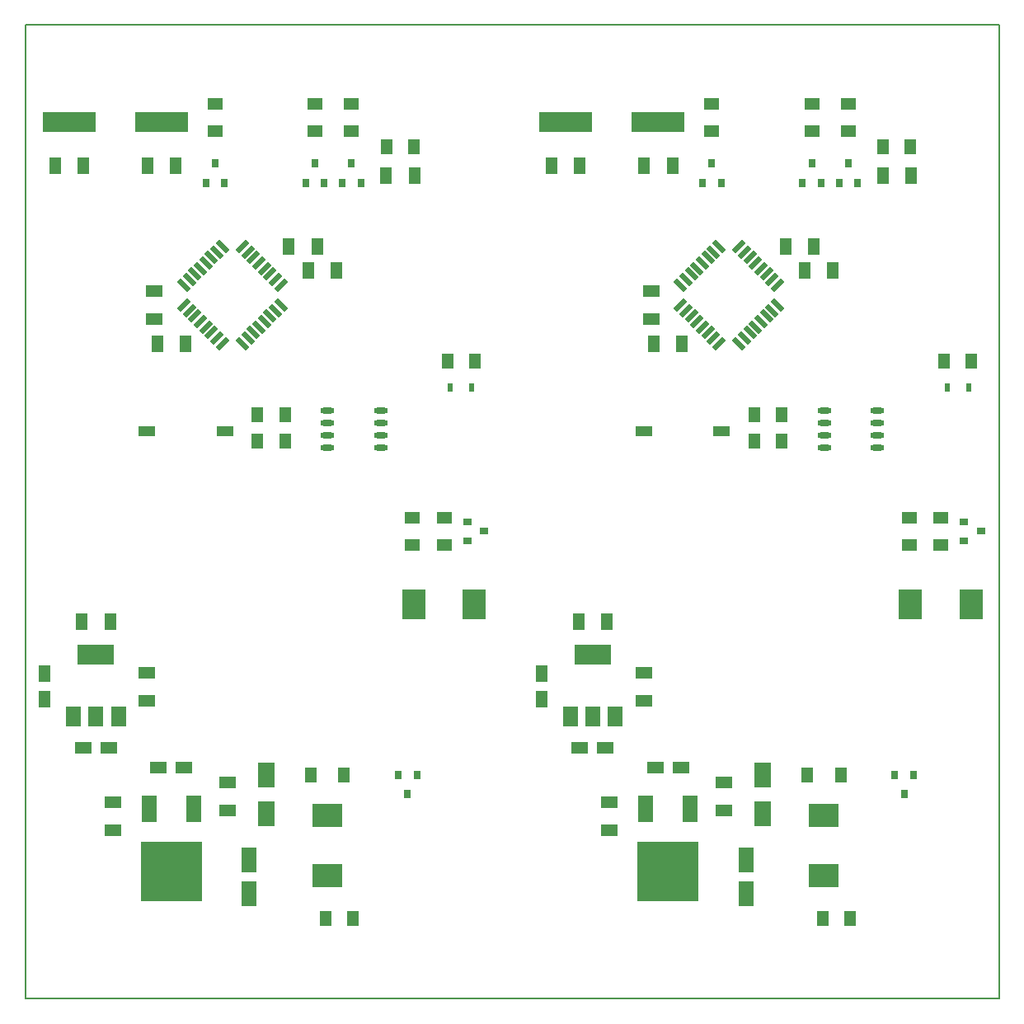
<source format=gtp>
G04*
G04 #@! TF.GenerationSoftware,Altium Limited,Altium Designer,21.3.2 (30)*
G04*
G04 Layer_Color=8421504*
%FSLAX25Y25*%
%MOIN*%
G70*
G04*
G04 #@! TF.SameCoordinates,6AF4B204-6769-45D0-A42D-1EC1730201C4*
G04*
G04*
G04 #@! TF.FilePolarity,Positive*
G04*
G01*
G75*
%ADD11R,0.05118X0.07087*%
%ADD12R,0.21654X0.07874*%
%ADD13R,0.07087X0.04331*%
%ADD14R,0.07087X0.05118*%
%ADD15R,0.06299X0.09843*%
%ADD16R,0.07087X0.04842*%
%ADD17R,0.04842X0.07087*%
%ADD18R,0.09646X0.12402*%
%ADD19R,0.12402X0.09646*%
%ADD20R,0.06693X0.09843*%
%ADD21R,0.02461X0.03268*%
%ADD22R,0.04921X0.06496*%
%ADD23O,0.05709X0.02362*%
%ADD24R,0.03827X0.03158*%
%ADD25R,0.05906X0.07874*%
%ADD26R,0.14961X0.07874*%
%ADD27R,0.03150X0.03543*%
%ADD28R,0.06496X0.04724*%
%ADD29R,0.04724X0.06496*%
%ADD30R,0.24803X0.24016*%
%ADD31R,0.05906X0.11024*%
G04:AMPARAMS|DCode=32|XSize=21.65mil|YSize=59.06mil|CornerRadius=0mil|HoleSize=0mil|Usage=FLASHONLY|Rotation=225.000|XOffset=0mil|YOffset=0mil|HoleType=Round|Shape=Rectangle|*
%AMROTATEDRECTD32*
4,1,4,-0.01322,0.02854,0.02854,-0.01322,0.01322,-0.02854,-0.02854,0.01322,-0.01322,0.02854,0.0*
%
%ADD32ROTATEDRECTD32*%

G04:AMPARAMS|DCode=33|XSize=21.65mil|YSize=59.06mil|CornerRadius=0mil|HoleSize=0mil|Usage=FLASHONLY|Rotation=315.000|XOffset=0mil|YOffset=0mil|HoleType=Round|Shape=Rectangle|*
%AMROTATEDRECTD33*
4,1,4,-0.02854,-0.01322,0.01322,0.02854,0.02854,0.01322,-0.01322,-0.02854,-0.02854,-0.01322,0.0*
%
%ADD33ROTATEDRECTD33*%

%ADD38C,0.00787*%
D11*
X106496Y304134D02*
D03*
X117913D02*
D03*
X34252Y152559D02*
D03*
X22835D02*
D03*
X53347Y264764D02*
D03*
X64764D02*
D03*
X114370Y294291D02*
D03*
X125787D02*
D03*
X157283Y332677D02*
D03*
X145866D02*
D03*
X49409Y336614D02*
D03*
X60827D02*
D03*
X12008D02*
D03*
X23425D02*
D03*
X307283Y304134D02*
D03*
X318701D02*
D03*
X235039Y152559D02*
D03*
X223622D02*
D03*
X254134Y264764D02*
D03*
X265551D02*
D03*
X315158Y294291D02*
D03*
X326575D02*
D03*
X358071Y332677D02*
D03*
X346654D02*
D03*
X250197Y336614D02*
D03*
X261614D02*
D03*
X212795D02*
D03*
X224213D02*
D03*
D12*
X17717Y354331D02*
D03*
X55118D02*
D03*
X218504D02*
D03*
X255906D02*
D03*
D13*
X49213Y229331D02*
D03*
X80709D02*
D03*
X250000D02*
D03*
X281496D02*
D03*
D14*
X52165Y286221D02*
D03*
Y274803D02*
D03*
X81693Y87402D02*
D03*
Y75984D02*
D03*
X35433Y68110D02*
D03*
Y79528D02*
D03*
X49213Y131693D02*
D03*
Y120276D02*
D03*
X252953Y286221D02*
D03*
Y274803D02*
D03*
X282480Y87402D02*
D03*
Y75984D02*
D03*
X236221Y68110D02*
D03*
Y79528D02*
D03*
X250000Y131693D02*
D03*
Y120276D02*
D03*
D15*
X90551Y56102D02*
D03*
Y42323D02*
D03*
X291339Y56102D02*
D03*
Y42323D02*
D03*
D16*
X64213Y93504D02*
D03*
X53898D02*
D03*
X23386Y101378D02*
D03*
X33701D02*
D03*
X265000Y93504D02*
D03*
X254685D02*
D03*
X224173Y101378D02*
D03*
X234488D02*
D03*
D17*
X7874Y121063D02*
D03*
Y131378D02*
D03*
X208661Y121063D02*
D03*
Y131378D02*
D03*
D18*
X181496Y159449D02*
D03*
X157087D02*
D03*
X382283D02*
D03*
X357874D02*
D03*
D19*
X122047Y49803D02*
D03*
Y74213D02*
D03*
X322835Y49803D02*
D03*
Y74213D02*
D03*
D20*
X97441Y90551D02*
D03*
Y74803D02*
D03*
X298228Y90551D02*
D03*
Y74803D02*
D03*
D21*
X171801Y247047D02*
D03*
X180561D02*
D03*
X372589D02*
D03*
X381348D02*
D03*
D22*
X115256Y90551D02*
D03*
X128839D02*
D03*
X316043D02*
D03*
X329626D02*
D03*
D23*
X122146Y237815D02*
D03*
Y232815D02*
D03*
Y227815D02*
D03*
Y222815D02*
D03*
X143602Y237815D02*
D03*
Y232815D02*
D03*
Y227815D02*
D03*
Y222815D02*
D03*
X322933Y237815D02*
D03*
Y232815D02*
D03*
Y227815D02*
D03*
Y222815D02*
D03*
X344390Y237815D02*
D03*
Y232815D02*
D03*
Y227815D02*
D03*
Y222815D02*
D03*
D24*
X185571Y188976D02*
D03*
X178602Y185236D02*
D03*
Y192717D02*
D03*
X386358Y188976D02*
D03*
X379390Y185236D02*
D03*
Y192717D02*
D03*
D25*
X19488Y114173D02*
D03*
X28543D02*
D03*
X37598D02*
D03*
X220276D02*
D03*
X229331D02*
D03*
X238386D02*
D03*
D26*
X28543Y138976D02*
D03*
X229331D02*
D03*
D27*
X158268Y90551D02*
D03*
X150787D02*
D03*
X154528Y82677D02*
D03*
X73032Y329724D02*
D03*
X80512D02*
D03*
X76772Y337598D02*
D03*
X113386Y329724D02*
D03*
X120866D02*
D03*
X117126Y337598D02*
D03*
X128150Y329724D02*
D03*
X135630D02*
D03*
X131890Y337598D02*
D03*
X359055Y90551D02*
D03*
X351575D02*
D03*
X355315Y82677D02*
D03*
X273819Y329724D02*
D03*
X281299D02*
D03*
X277559Y337598D02*
D03*
X314173Y329724D02*
D03*
X321654D02*
D03*
X317913Y337598D02*
D03*
X328937Y329724D02*
D03*
X336417D02*
D03*
X332677Y337598D02*
D03*
D28*
X156496Y183465D02*
D03*
Y194488D02*
D03*
X169291D02*
D03*
Y183465D02*
D03*
X76772Y361811D02*
D03*
Y350787D02*
D03*
X117126Y361811D02*
D03*
Y350787D02*
D03*
X131890Y361811D02*
D03*
Y350787D02*
D03*
X357283Y183465D02*
D03*
Y194488D02*
D03*
X370079D02*
D03*
Y183465D02*
D03*
X277559Y361811D02*
D03*
Y350787D02*
D03*
X317913Y361811D02*
D03*
Y350787D02*
D03*
X332677Y361811D02*
D03*
Y350787D02*
D03*
D29*
X170669Y257874D02*
D03*
X181693D02*
D03*
X121457Y32480D02*
D03*
X132480D02*
D03*
X146063Y344488D02*
D03*
X157087D02*
D03*
X104921Y236221D02*
D03*
X93898D02*
D03*
X104921Y225394D02*
D03*
X93898D02*
D03*
X371457Y257874D02*
D03*
X382480D02*
D03*
X322244Y32480D02*
D03*
X333268D02*
D03*
X346850Y344488D02*
D03*
X357874D02*
D03*
X305709Y236221D02*
D03*
X294685D02*
D03*
X305709Y225394D02*
D03*
X294685D02*
D03*
D30*
X58913Y51378D02*
D03*
X259701D02*
D03*
D31*
X67913Y76772D02*
D03*
X49913D02*
D03*
X268701D02*
D03*
X250701D02*
D03*
D32*
X103288Y280412D02*
D03*
X101061Y278185D02*
D03*
X98834Y275958D02*
D03*
X96606Y273731D02*
D03*
X94379Y271504D02*
D03*
X92152Y269277D02*
D03*
X89925Y267050D02*
D03*
X87698Y264822D02*
D03*
X64035Y288485D02*
D03*
X66262Y290713D02*
D03*
X68489Y292940D02*
D03*
X70716Y295167D02*
D03*
X72944Y297394D02*
D03*
X75171Y299621D02*
D03*
X77398Y301848D02*
D03*
X79625Y304075D02*
D03*
X304075Y280412D02*
D03*
X301848Y278185D02*
D03*
X299621Y275958D02*
D03*
X297394Y273731D02*
D03*
X295167Y271504D02*
D03*
X292940Y269277D02*
D03*
X290713Y267050D02*
D03*
X288486Y264822D02*
D03*
X264822Y288485D02*
D03*
X267050Y290713D02*
D03*
X269277Y292940D02*
D03*
X271504Y295167D02*
D03*
X273731Y297394D02*
D03*
X275958Y299621D02*
D03*
X278185Y301848D02*
D03*
X280412Y304075D02*
D03*
D33*
X79625Y264822D02*
D03*
X77398Y267050D02*
D03*
X75171Y269277D02*
D03*
X72944Y271504D02*
D03*
X70716Y273731D02*
D03*
X68489Y275958D02*
D03*
X66262Y278185D02*
D03*
X64035Y280412D02*
D03*
X87698Y304075D02*
D03*
X89925Y301848D02*
D03*
X92152Y299621D02*
D03*
X94379Y297394D02*
D03*
X96606Y295167D02*
D03*
X98834Y292940D02*
D03*
X101061Y290713D02*
D03*
X103288Y288485D02*
D03*
X280412Y264822D02*
D03*
X278185Y267050D02*
D03*
X275958Y269277D02*
D03*
X273731Y271504D02*
D03*
X271504Y273731D02*
D03*
X269277Y275958D02*
D03*
X267050Y278185D02*
D03*
X264822Y280412D02*
D03*
X288486Y304075D02*
D03*
X290713Y301848D02*
D03*
X292940Y299621D02*
D03*
X295167Y297394D02*
D03*
X297394Y295167D02*
D03*
X299621Y292940D02*
D03*
X301848Y290713D02*
D03*
X304075Y288485D02*
D03*
D38*
X0Y0D02*
Y393701D01*
X393701D01*
Y0D02*
Y393701D01*
X0Y0D02*
X393701D01*
M02*

</source>
